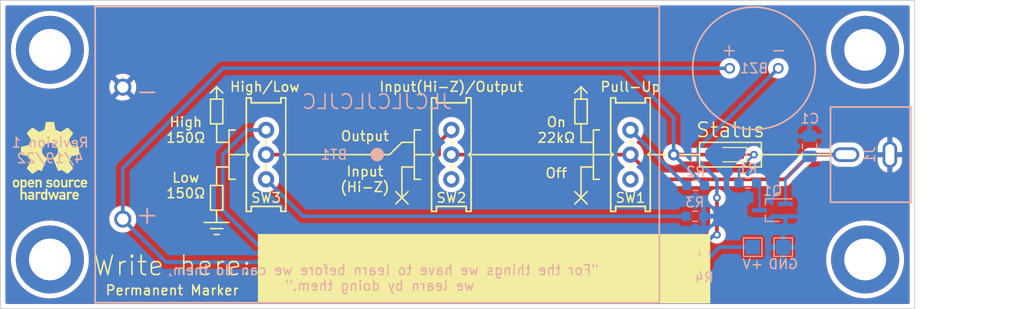
<source format=kicad_pcb>
(kicad_pcb (version 20211014) (generator pcbnew)
  (title_block (title "TixBoard Communications Education Board") (date "2022-04-16") (rev "3") (company "QuarterWave Engineering"))
  (layers (0 "F.Cu" signal) (31 "B.Cu" signal) (34 "B.Paste" user) (35 "F.Paste" user) (36 "B.SilkS" user "B.Silkscreen") (37 "F.SilkS" user "F.Silkscreen") (38 "B.Mask" user) (39 "F.Mask" user) (44 "Edge.Cuts" user))
  (net 0 "")
  (net 1 "Net-(C1-Pad1)")
  (net 2 "GND")
  (net 3 "Net-(D1-Pad1)")
  (net 4 "+BATT")
  (net 5 "Net-(Q1-Pad3)")
  (net 6 "Net-(R2-Pad2)")
  (net 7 "Net-(R3-Pad2)")
  (net 8 "Net-(BZ1-Pad2)")
  (net 10 "Net-(SW2-Pad1)")
  (footprint "QuarterWave:logoWithText2Mask" (layer "F.Cu") (at 125.222 85.725)
    (fp_text reference "G***" hide)
    (fp_text value "LOGO" hide)
  )
  (footprint "QuarterWave:TixBoard" (layer "F.Cu") (at 157.972952 85.362008)
    (fp_text reference "G***" hide)
    (fp_text value "LOGO" hide)
  )
  (footprint "MountingHole:MountingHole_4.3mm_M4_ISO14580_Pad" (layer "F.Cu") (at 108.077 86.36)
    (fp_text reference "REF**" hide)
    (fp_text value "MountingHole_4.3mm_M4_ISO14580_Pad" hide)
    (pad "1" thru_hole circle (at 0 0) (size 7 7) (drill 4.3) (layers *.Cu *.Mask))
  )
  (footprint "Symbol:OSHW-Logo_7.5x8mm_SilkScreen" (layer "F.Cu") (at 108.077 97.79)
    (fp_text reference "REF**" hide)
    (fp_text value "OSHW-Logo_7.5x8mm_SilkScreen" hide)
  )
  (footprint "EG1218:EG1218" (layer "F.Cu") (at 149.352 97.155 -90)
    (fp_text reference "SW2" (at 4.445 0) (layer "F.SilkS"))
    (fp_text value "Input(Hi-Z)/Output")
    (pad "1" thru_hole circle (at -2.54 0 270) (size 1.6764 1.6764) (drill 0.9) (layers *.Cu *.Mask) (net 10 "Net-(SW2-Pad1)"))
    (pad "2" thru_hole circle (at 0 0 270) (size 1.6764 1.6764) (drill 0.9) (layers *.Cu *.Mask) (net 1 "Net-(C1-Pad1)"))
    (pad "3" thru_hole circle (at 2.54 0 270) (size 1.6764 1.6764) (drill 0.9) (layers *.Cu *.Mask))
  )
  (footprint "LED_SMD:LED_0603_1608Metric_Pad1.05x0.95mm_HandSolder" (layer "F.Cu") (at 178.054 97.155 180)
    (fp_text reference "D1")
    (fp_text value "LED")
    (pad "1" smd roundrect (at -0.875 0 180) (size 1.05 0.95) (layers "F.Cu" "F.Paste" "F.Mask") (net 3 "Net-(D1-Pad1)"))
    (pad "2" smd roundrect (at 0.875 0 180) (size 1.05 0.95) (layers "F.Cu" "F.Paste" "F.Mask") (net 4 "+BATT"))
  )
  (footprint "MountingHole:MountingHole_4.3mm_M4_ISO14580_Pad" (layer "F.Cu") (at 191.897 86.36)
    (fp_text reference "REF**" hide)
    (fp_text value "MountingHole_4.3mm_M4_ISO14580_Pad" hide)
    (pad "1" thru_hole circle (at 0 0) (size 7 7) (drill 4.3) (layers *.Cu *.Mask))
  )
  (footprint "EG1218:EG1218" (layer "F.Cu") (at 167.767 97.155 -90)
    (fp_text reference "SW1" (at 4.445 0) (layer "F.SilkS"))
    (fp_text value "Pull-Up")
    (pad "1" thru_hole circle (at -2.54 0 270) (size 1.6764 1.6764) (drill 0.9) (layers *.Cu *.Mask) (net 6 "Net-(R2-Pad2)"))
    (pad "2" thru_hole circle (at 0 0 270) (size 1.6764 1.6764) (drill 0.9) (layers *.Cu *.Mask) (net 1 "Net-(C1-Pad1)"))
    (pad "3" thru_hole circle (at 2.54 0 270) (size 1.6764 1.6764) (drill 0.9) (layers *.Cu *.Mask))
  )
  (footprint "EG1218:EG1218" (layer "F.Cu") (at 130.302 97.155 -90)
    (fp_text reference "SW3" (at 4.445 0) (layer "F.SilkS"))
    (fp_text value "Low/High")
    (pad "1" thru_hole circle (at -2.54 0 270) (size 1.6764 1.6764) (drill 0.9) (layers *.Cu *.Mask) (net 8 "Net-(BZ1-Pad2)"))
    (pad "2" thru_hole circle (at 0 0 270) (size 1.6764 1.6764) (drill 0.9) (layers *.Cu *.Mask) (net 10 "Net-(SW2-Pad1)"))
    (pad "3" thru_hole circle (at 2.54 0 270) (size 1.6764 1.6764) (drill 0.9) (layers *.Cu *.Mask) (net 7 "Net-(R3-Pad2)"))
  )
  (footprint "MountingHole:MountingHole_4.3mm_M4_ISO14580_Pad" (layer "F.Cu") (at 191.897 107.95)
    (fp_text reference "REF**" hide)
    (fp_text value "MountingHole_4.3mm_M4_ISO14580_Pad" hide)
    (pad "1" thru_hole circle (at 0 0) (size 7 7) (drill 4.3) (layers *.Cu *.Mask))
  )
  (footprint "MountingHole:MountingHole_4.3mm_M4_ISO14580_Pad" (layer "F.Cu") (at 108.077 107.95)
    (fp_text reference "REF**" hide)
    (fp_text value "MountingHole_4.3mm_M4_ISO14580_Pad" hide)
    (pad "1" thru_hole circle (at 0 0) (size 7 7) (drill 4.3) (layers *.Cu *.Mask))
  )
  (footprint "Resistor_SMD:R_0603_1608Metric_Pad0.98x0.95mm_HandSolder" (layer "B.Cu") (at 175.387 107.315 90)
    (fp_text reference "R4" (at -2.485 -0.037) (layer "B.SilkS") (effects (justify mirror)))
    (fp_text value "150Ω")
    (pad "1" smd roundrect (at -0.9125 0 90) (size 0.975 0.95) (layers "B.Cu" "B.Paste" "B.Mask") (net 4 "+BATT"))
    (pad "2" smd roundrect (at 0.9125 0 90) (size 0.975 0.95) (layers "B.Cu" "B.Paste" "B.Mask") (net 8 "Net-(BZ1-Pad2)"))
  )
  (footprint "KLPX-0848A-2-B:KLPX-0848A-2-B" (layer "B.Cu") (at 194.437 97.155 90)
    (fp_text reference "J1" (at 0 -2.032 270) (layer "B.SilkS") (effects (justify mirror)))
    (fp_text value "RCA Socket" hide)
    (pad "1" thru_hole oval (at 0 -4.500001 90) (size 1.5018 2.7178) (drill oval 0.9356 2.1516) (layers *.Cu *.Mask) (net 1 "Net-(C1-Pad1)"))
    (pad "2" thru_hole oval (at 0 0 90) (size 2.7178 1.5018) (drill oval 2.1516 0.9356) (layers *.Cu *.Mask) (net 2 "GND"))
  )
  (footprint "Capacitor_SMD:C_0805_2012Metric_Pad1.18x1.45mm_HandSolder" (layer "B.Cu") (at 186.182 96.2925 90)
    (fp_text reference "C1" (at 2.8425 0.018) (layer "B.SilkS") (effects (justify mirror)))
    (fp_text value "10μF")
    (pad "1" smd roundrect (at -1.0375 0 90) (size 1.175 1.45) (layers "B.Cu" "B.Paste" "B.Mask") (roundrect_rratio 0.2127659574) (net 1 "Net-(C1-Pad1)"))
    (pad "2" smd roundrect (at 1.0375 0 90) (size 1.175 1.45) (layers "B.Cu" "B.Paste" "B.Mask") (roundrect_rratio 0.2127659574) (net 2 "GND"))
  )
  (footprint "Resistor_SMD:R_0603_1608Metric_Pad0.98x0.95mm_HandSolder" (layer "B.Cu") (at 174.4745 100.33 180)
    (fp_text reference "R2" (at 0 1.43) (layer "B.SilkS") (effects (justify mirror)))
    (fp_text value "22kΩ")
    (pad "1" smd roundrect (at -0.9125 0 180) (size 0.975 0.95) (layers "B.Cu" "B.Paste" "B.Mask") (net 4 "+BATT"))
    (pad "2" smd roundrect (at 0.9125 0 180) (size 0.975 0.95) (layers "B.Cu" "B.Paste" "B.Mask") (net 6 "Net-(R2-Pad2)"))
  )
  (footprint "PKM13EPYH4000-A0:SPKR_PKM13EPYH4000-A0" (layer "B.Cu") (at 180.467 88.265 180)
    (fp_text reference "BZ1" (at 0 0) (layer "B.SilkS") (effects (justify mirror)))
    (fp_text value "Buzzer")
    (fp_text user "+" (at 2.54 1.905) (layer "B.SilkS") (effects (font (size 1.32 1.32)) (justify mirror)))
    (fp_text user "-" (at -2.54 1.905) (layer "B.SilkS") (effects (font (size 1.32 1.32)) (justify mirror)))
    (pad "1" thru_hole circle (at 2.5 0 180) (size 1.1 1.1) (drill 0.7) (layers *.Cu *.Mask) (net 4 "+BATT"))
    (pad "2" thru_hole circle (at -2.5 0 180) (size 1.1 1.1) (drill 0.7) (layers *.Cu *.Mask) (net 8 "Net-(BZ1-Pad2)"))
  )
  (footprint "TestPoint:TestPoint_Pad_1.5x1.5mm" (layer "B.Cu") (at 180.34 106.68 180)
    (fp_text reference "TP2" hide)
    (fp_text value "+V" (at 0 -1.75) (layer "B.SilkS") (effects (justify mirror)))
    (pad "1" smd rect (at 0 0 180) (size 1.5 1.5) (layers "B.Cu" "B.Mask") (net 4 "+BATT"))
  )
  (footprint "Resistor_SMD:R_0603_1608Metric_Pad0.98x0.95mm_HandSolder" (layer "B.Cu") (at 179.832 100.076)
    (fp_text reference "R1" (at 0.018 -1.476) (layer "B.SilkS") (effects (justify mirror)))
    (fp_text value "150Ω")
    (pad "1" smd roundrect (at -0.9125 0) (size 0.975 0.95) (layers "B.Cu" "B.Paste" "B.Mask") (net 3 "Net-(D1-Pad1)"))
    (pad "2" smd roundrect (at 0.9125 0) (size 0.975 0.95) (layers "B.Cu" "B.Paste" "B.Mask") (net 5 "Net-(Q1-Pad3)"))
  )
  (footprint "BC2AAPC:BAT_BC2AAPC" (layer "B.Cu") (at 141.732 97.155)
    (fp_text reference "BT1" (at -4.445 0 180) (layer "B.SilkS") (effects (justify mirror)))
    (fp_text value "2xAA")
    (pad "1" thru_hole circle (at -26.16 6.64) (size 1.755 1.755) (drill 1.17) (layers *.Cu *.Mask) (net 4 "+BATT"))
    (pad "2" thru_hole circle (at -26.16 -6.95) (size 1.755 1.755) (drill 1.17) (layers *.Cu *.Mask) (net 2 "GND"))
  )
  (footprint "Resistor_SMD:R_0603_1608Metric_Pad0.98x0.95mm_HandSolder" (layer "B.Cu") (at 174.3945 103.505 180)
    (fp_text reference "R3" (at 0 1.43) (layer "B.SilkS") (effects (justify mirror)))
    (fp_text value "150Ω")
    (pad "1" smd roundrect (at -0.9125 0 180) (size 0.975 0.95) (layers "B.Cu" "B.Paste" "B.Mask") (net 2 "GND"))
    (pad "2" smd roundrect (at 0.9125 0 180) (size 0.975 0.95) (layers "B.Cu" "B.Paste" "B.Mask") (net 7 "Net-(R3-Pad2)"))
  )
  (footprint "Package_TO_SOT_SMD:SOT-323_SC-70_Handsoldering" (layer "B.Cu") (at 182.372 102.87 180)
    (fp_text reference "Q1" (at 0 2) (layer "B.SilkS") (effects (justify mirror)))
    (fp_text value "RU1J002YNTCL")
    (pad "1" smd rect (at -1.33 0.65 270) (size 0.45 1.5) (layers "B.Cu" "B.Paste" "B.Mask") (net 1 "Net-(C1-Pad1)"))
    (pad "2" smd rect (at -1.33 -0.65 270) (size 0.45 1.5) (layers "B.Cu" "B.Paste" "B.Mask") (net 2 "GND"))
    (pad "3" smd rect (at 1.33 0 270) (size 0.45 1.5) (layers "B.Cu" "B.Paste" "B.Mask") (net 5 "Net-(Q1-Pad3)"))
  )
  (footprint "TestPoint:TestPoint_Pad_1.5x1.5mm" (layer "B.Cu") (at 183.475334 106.68 180)
    (fp_text reference "TP1" hide)
    (fp_text value "GND" (at 0 -1.75) (layer "B.SilkS") (effects (justify mirror)))
    (pad "1" smd rect (at 0 0 180) (size 1.5 1.5) (layers "B.Cu" "B.Mask") (net 2 "GND"))
  )
  (gr_rect (start 125.857 102.87) (end 124.587 100.33) (layer "F.SilkS") (width 0.16) (fill none))
  (gr_line (start 163.957 99.695) (end 164.592 99.695) (layer "F.SilkS") (width 0.16))
  (gr_line (start 124.968 105.3846) (end 125.476 105.3846) (layer "F.SilkS") (width 0.16))
  (gr_line (start 146.177 99.695) (end 145.542 99.695) (layer "F.SilkS") (width 0.16))
  (gr_line (start 145.542 99.695) (end 145.542 97.155) (layer "F.SilkS") (width 0.16))
  (gr_line (start 125.222 98.425) (end 125.222 100.33) (layer "F.SilkS") (width 0.16))
  (gr_rect (start 129.54 105.41) (end 175.895 112.395) (layer "F.SilkS") (width 0.16) (fill solid))
  (gr_line (start 145.542 98.425) (end 144.272 98.425) (layer "F.SilkS") (width 0.16))
  (gr_line (start 123.952 104.14) (end 126.492 104.14) (layer "F.SilkS") (width 0.16))
  (gr_line (start 172.85 97.155) (end 174.879 97.155) (layer "F.SilkS") (width 0.16))
  (gr_line (start 163.957 94.615) (end 164.592 94.615) (layer "F.SilkS") (width 0.16))
  (gr_line (start 163.957 97.155) (end 151.13 97.155) (layer "F.SilkS") (width 0.16))
  (gr_line (start 125.222 90.17) (end 124.587 90.805) (layer "F.SilkS") (width 0.16))
  (gr_line (start 165.989 97.155) (end 163.957 97.155) (layer "F.SilkS") (width 0.16))
  (gr_line (start 143.637 102.235) (end 144.907 100.965) (layer "F.SilkS") (width 0.16))
  (gr_line (start 162.052 102.235) (end 163.322 100.965) (layer "F.SilkS") (width 0.16))
  (gr_line (start 143.637 100.965) (end 144.907 102.235) (layer "F.SilkS") (width 0.16))
  (gr_line (start 126.492 97.155) (end 126.492 99.695) (layer "F.SilkS") (width 0.16))
  (gr_line (start 125.222 102.87) (end 125.222 104.14) (layer "F.SilkS") (width 0.16))
  (gr_line (start 147.574 97.155) (end 145.542 97.155) (layer "F.SilkS") (width 0.16))
  (gr_line (start 125.857 104.775) (end 124.587 104.775) (layer "F.SilkS") (width 0.16))
  (gr_line (start 163.957 95.885) (end 162.687 95.885) (layer "F.SilkS") (width 0.16))
  (gr_line (start 181.229 97.155) (end 188.4 97.15) (layer "F.SilkS") (width 0.16))
  (gr_line (start 145.542 94.615) (end 146.177 94.615) (layer "F.SilkS") (width 0.16))
  (gr_rect (start 125.857 93.98) (end 124.587 91.44) (layer "F.SilkS") (width 0.16) (fill none))
  (gr_line (start 162.687 95.885) (end 162.687 93.98) (layer "F.SilkS") (width 0.16))
  (gr_line (start 171.577 97.155) (end 169.545 97.155) (layer "F.SilkS") (width 0.16))
  (gr_line (start 145.542 97.155) (end 145.542 94.615) (layer "F.SilkS") (width 0.16))
  (gr_rect (start 181.229 98.425) (end 174.879 95.885) (layer "F.SilkS") (width 0.15) (fill none))
  (gr_line (start 162.687 98.425) (end 162.687 101.6) (layer "F.SilkS") (width 0.16))
  (gr_line (start 127.127 97.155) (end 128.524 97.155) (layer "F.SilkS") (width 0.16))
  (gr_line (start 126.492 97.155) (end 127.127 97.155) (layer "F.SilkS") (width 0.16))
  (gr_line (start 144.272 98.425) (end 144.272 101.6) (layer "F.SilkS") (width 0.16))
  (gr_line (start 162.687 98.425) (end 163.957 98.425) (layer "F.SilkS") (width 0.16))
  (gr_line (start 145.542 95.885) (end 144.272 95.885) (layer "F.SilkS") (width 0.16))
  (gr_line (start 162.687 90.17) (end 163.322 90.805) (layer "F.SilkS") (width 0.16))
  (gr_line (start 125.222 90.17) (end 125.857 90.805) (layer "F.SilkS") (width 0.16))
  (gr_line (start 126.492 99.695) (end 127.127 99.695) (layer "F.SilkS") (width 0.16))
  (gr_line (start 126.492 98.425) (end 125.222 98.425) (layer "F.SilkS") (width 0.16))
  (gr_line (start 125.222 91.44) (end 125.222 90.17) (layer "F.SilkS") (width 0.16))
  (gr_line (start 163.957 97.155) (end 163.957 99.695) (layer "F.SilkS") (width 0.16))
  (gr_line (start 144.272 95.885) (end 143.002 97.155) (layer "F.SilkS") (width 0.16))
  (gr_line (start 127.127 94.615) (end 126.492 94.615) (layer "F.SilkS") (width 0.16))
  (gr_line (start 125.222 95.885) (end 125.222 93.98) (layer "F.SilkS") (width 0.16))
  (gr_rect (start 163.322 93.98) (end 162.052 91.44) (layer "F.SilkS") (width 0.16) (fill none))
  (gr_line (start 126.492 95.885) (end 125.222 95.885) (layer "F.SilkS") (width 0.16))
  (gr_line (start 162.052 100.965) (end 163.322 102.235) (layer "F.SilkS") (width 0.16))
  (gr_line (start 143.002 97.155) (end 132.08 97.155) (layer "F.SilkS") (width 0.16))
  (gr_line (start 163.957 97.155) (end 163.957 94.615) (layer "F.SilkS") (width 0.16))
  (gr_line (start 162.687 91.44) (end 162.687 90.17) (layer "F.SilkS") (width 0.16))
  (gr_line (start 162.687 90.17) (end 162.052 90.805) (layer "F.SilkS") (width 0.16))
  (gr_line (start 126.492 94.615) (end 126.492 97.155) (layer "F.SilkS") (width 0.16))
  (gr_rect (start 102.997 81.28) (end 196.977 113.03) (layer "Edge.Cuts") (width 0.1) (fill none))
  (gr_text "JLCJLCJLCJLC" (at 141.72 91.7) (layer "B.SilkS") (effects (font (size 1.5 1.5) (thickness 0.16)) (justify mirror)))
  (gr_text "Revision 1\n4/19/22" (at 108.1 96.725) (layer "B.SilkS") (effects (font (size 1 1) (thickness 0.16)) (justify mirror)))
  (gr_text "{dblquote}For the things we have to learn before we can do them,\n we learn by doing them.{dblquote}" (at 142.367 109.855) (layer "B.SilkS") (effects (font (size 1 1) (thickness 0.16)) (justify mirror)))
  (gr_text "Input\n(Hi-Z)" (at 140.462 99.695) (layer "F.SilkS") (effects (font (size 1 1) (thickness 0.16))))
  (gr_text "Pull-Up" (at 167.767 90.17) (layer "F.SilkS") (effects (font (size 1 1) (thickness 0.16))))
  (gr_text "Off" (at 160.147 99.06) (layer "F.SilkS") (effects (font (size 1 1) (thickness 0.16))))
  (gr_text "Low\n150Ω" (at 122.047 100.33) (layer "F.SilkS") (effects (font (size 1 1) (thickness 0.16))))
  (gr_text "Output" (at 140.462 95.25) (layer "F.SilkS") (effects (font (size 1 1) (thickness 0.16))))
  (gr_text "On\n22kΩ" (at 160.147 94.615) (layer "F.SilkS") (effects (font (size 1 1) (thickness 0.16))))
  (gr_text "Status" (at 178.054 94.615) (layer "F.SilkS") (effects (font (size 1.5 1.5) (thickness 0.16))))
  (gr_text "Input(Hi-Z)/Output" (at 149.352 90.17) (layer "F.SilkS") (effects (font (size 1 1) (thickness 0.16))))
  (gr_text "High/Low" (at 130.175 90.17) (layer "F.SilkS") (effects (font (size 1 1) (thickness 0.16))))
  (gr_text "High\n150Ω" (at 122.047 94.615) (layer "F.SilkS") (effects (font (size 1 1) (thickness 0.16))))
  (gr_text "Permanent Marker" (at 120.65 111.125) (layer "F.SilkS") (effects (font (size 1 1) (thickness 0.16))))
  (gr_text "Write here:" (at 120.65 108.585) (layer "F.SilkS") (effects (font (size 2 2) (thickness 0.16))))
  (segment (start 167.767 97.155) (end 170.307 99.695) (width 0.381) (layer "F.Cu") (net 1))
  (segment (start 167.767 97.155) (end 149.352 97.155) (width 0.381) (layer "F.Cu") (net 1))
  (segment (start 186.182 97.155) (end 189.936999 97.155) (width 0.381) (layer "F.Cu") (net 1))
  (segment (start 170.307 99.695) (end 183.642 99.695) (width 0.381) (layer "F.Cu") (net 1))
  (segment (start 183.642 99.695) (end 186.182 97.155) (width 0.381) (layer "F.Cu") (net 1))
  (segment (start 189.936999 97.155) (end 186.182 97.155) (width 0.25) (layer "B.Cu") (net 1))
  (segment (start 183.702 99.635) (end 183.702 102.22) (width 0.25) (layer "B.Cu") (net 1))
  (segment (start 186.182 97.155) (end 183.702 99.635) (width 0.25) (layer "B.Cu") (net 1))
  (segment (start 178.929 97.155) (end 180.467 97.155) (width 0.25) (layer "F.Cu") (net 3))
  (via (at 180.467 97.155) (size 0.8) (drill 0.4) (layers "F.Cu" "B.Cu") (net 3))
  (segment (start 178.9195 98.7025) (end 178.9195 100.076) (width 0.25) (layer "B.Cu") (net 3))
  (segment (start 180.467 97.155) (end 178.9195 98.7025) (width 0.25) (layer "B.Cu") (net 3))
  (segment (start 172.212 97.155) (end 177.179 97.155) (width 0.381) (layer "F.Cu") (net 4))
  (via (at 172.212 97.155) (size 1.2) (drill 0.6) (layers "F.Cu" "B.Cu") (net 4))
  (segment (start 125.857 88.265) (end 115.572 98.55) (width 0.381) (layer "B.Cu") (net 4))
  (segment (start 115.572 98.55) (end 115.572 103.795) (width 0.381) (layer "B.Cu") (net 4))
  (segment (start 172.212 97.155) (end 172.212 93.345) (width 0.381) (layer "B.Cu") (net 4))
  (segment (start 175.387 100.33) (end 172.212 97.155) (width 0.381) (layer "B.Cu") (net 4))
  (segment (start 172.212 93.345) (end 167.132 88.265) (width 0.381) (layer "B.Cu") (net 4))
  (segment (start 180.34 106.68) (end 176.9345 106.68) (width 0.381) (layer "B.Cu") (net 4))
  (segment (start 177.967 88.265) (end 167.132 88.265) (width 0.381) (layer "B.Cu") (net 4))
  (segment (start 167.132 88.265) (end 125.857 88.265) (width 0.381) (layer "B.Cu") (net 4))
  (segment (start 175.387 108.2275) (end 120.0045 108.2275) (width 0.381) (layer "B.Cu") (net 4))
  (segment (start 176.9345 106.68) (end 175.387 108.2275) (width 0.381) (layer "B.Cu") (net 4))
  (segment (start 120.0045 108.2275) (end 115.572 103.795) (width 0.381) (layer "B.Cu") (net 4))
  (segment (start 180.7445 100.076) (end 181.042 100.3735) (width 0.25) (layer "B.Cu") (net 5))
  (segment (start 181.042 100.3735) (end 181.042 102.87) (width 0.25) (layer "B.Cu") (net 5))
  (segment (start 173.482 100.33) (end 167.767 94.615) (width 0.381) (layer "B.Cu") (net 6))
  (segment (start 173.562 100.33) (end 173.482 100.33) (width 0.381) (layer "B.Cu") (net 6))
  (segment (start 134.112 103.505) (end 130.302 99.695) (width 0.381) (layer "B.Cu") (net 7))
  (segment (start 173.482 103.505) (end 134.112 103.505) (width 0.381) (layer "B.Cu") (net 7))
  (segment (start 176.657 101.6) (end 176.657 105.41) (width 0.381) (layer "F.Cu") (net 8))
  (via (at 176.657 101.6) (size 0.8) (drill 0.4) (layers "F.Cu" "B.Cu") (net 8))
  (via (at 176.657 105.41) (size 0.8) (drill 0.4) (layers "F.Cu" "B.Cu") (net 8))
  (segment (start 175.387 106.4025) (end 129.3895 106.4025) (width 0.381) (layer "B.Cu") (net 8))
  (segment (start 125.857 102.87) (end 125.857 97.155) (width 0.381) (layer "B.Cu") (net 8))
  (segment (start 174.752 96.48) (end 174.752 97.79) (width 0.381) (layer "B.Cu") (net 8))
  (segment (start 176.3795 105.41) (end 175.387 106.4025) (width 0.381) (layer "B.Cu") (net 8))
  (segment (start 176.657 99.695) (end 176.657 101.6) (width 0.381) (layer "B.Cu") (net 8))
  (segment (start 125.857 97.155) (end 128.397 94.615) (width 0.381) (layer "B.Cu") (net 8))
  (segment (start 176.657 105.41) (end 176.3795 105.41) (width 0.381) (layer "B.Cu") (net 8))
  (segment (start 128.397 94.615) (end 130.302 94.615) (width 0.381) (layer "B.Cu") (net 8))
  (segment (start 129.3895 106.4025) (end 125.857 102.87) (width 0.381) (layer "B.Cu") (net 8))
  (segment (start 182.967 88.265) (end 174.752 96.48) (width 0.381) (layer "B.Cu") (net 8))
  (segment (start 174.752 97.79) (end 176.657 99.695) (width 0.381) (layer "B.Cu") (net 8))
  (segment (start 149.352 94.615) (end 148.082 95.885) (width 0.381) (layer "F.Cu") (net 10))
  (segment (start 148.082 95.885) (end 148.082 97.155) (width 0.381) (layer "F.Cu") (net 10))
  (segment (start 148.082 97.155) (end 130.302 97.155) (width 0.381) (layer "F.Cu") (net 10))
  (zone (net 2) (net_name "GND") (layer "F.Cu") (connect_pads (clearance 0.508)) (min_thickness 0.254) (fill yes (thermal_gap 0.508) (thermal_bridge_width 0.508))
    (polygon (pts (xy 196.98 113.03) (xy 103 113.03) (xy 103 81.28) (xy 196.98 81.28)))
  )
  (zone (net 2) (net_name "GND") (layer "B.Cu") (connect_pads (clearance 0.508)) (min_thickness 0.254) (fill yes (thermal_gap 0.508) (thermal_bridge_width 0.508))
    (polygon (pts (xy 196.977 113.03) (xy 102.997 113.03) (xy 102.997 81.28) (xy 196.977 81.28)))
  )
)
</source>
